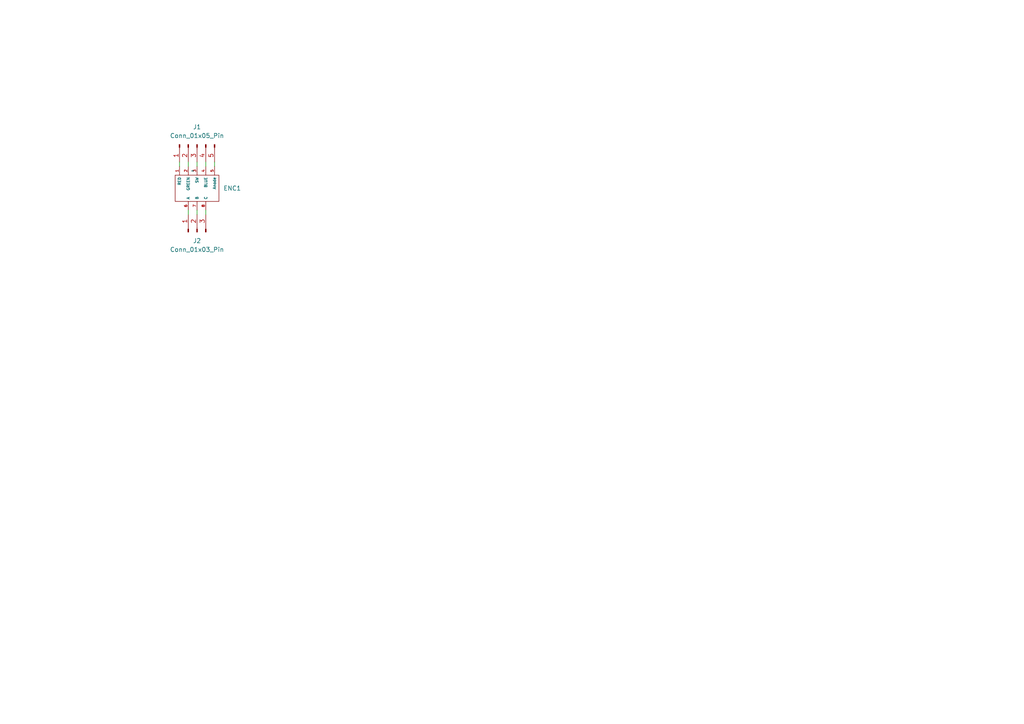
<source format=kicad_sch>
(kicad_sch (version 20230121) (generator eeschema)
  (paper "A4")
  (lib_symbols
    (symbol "Connector:Conn_01x03_Pin" (pin_names (offset 1.016) hide)
      (property "Reference" "J" (at 0 5.08 0))
      (property "Value" "Conn_01x03_Pin" (at 0 -5.08 0))
      (symbol "Conn_01x03_Pin_1_1"
        (polyline (pts (xy 1.27 -2.54) (xy 0.8636 -2.54)) (stroke (width 0.1524)))
        (polyline (pts (xy 1.27 0) (xy 0.8636 0)) (stroke (width 0.1524)))
        (polyline (pts (xy 1.27 2.54) (xy 0.8636 2.54)) (stroke (width 0.1524)))
        (rectangle (start 0.8636 -2.413) (end 0 -2.667) (stroke (width 0.1524)) (fill (type outline)))
        (rectangle (start 0.8636 0.127) (end 0 -0.127) (stroke (width 0.1524)) (fill (type outline)))
        (rectangle (start 0.8636 2.667) (end 0 2.413) (stroke (width 0.1524)) (fill (type outline)))
        (pin passive line (at 5.08 2.54 180) (length 3.81) (name "Pin_1") (number "1"))
        (pin passive line (at 5.08 0 180) (length 3.81) (name "Pin_2") (number "2"))
        (pin passive line (at 5.08 -2.54 180) (length 3.81) (name "Pin_3") (number "3"))
      )
    )
    (symbol "Connector:Conn_01x05_Pin" (pin_names (offset 1.016) hide)
      (property "Reference" "J" (at 0 7.62 0))
      (property "Value" "Conn_01x05_Pin" (at 0 -7.62 0))
      (symbol "Conn_01x05_Pin_1_1"
        (polyline (pts (xy 1.27 -5.08) (xy 0.8636 -5.08)) (stroke (width 0.1524)))
        (polyline (pts (xy 1.27 -2.54) (xy 0.8636 -2.54)) (stroke (width 0.1524)))
        (polyline (pts (xy 1.27 0) (xy 0.8636 0)) (stroke (width 0.1524)))
        (polyline (pts (xy 1.27 2.54) (xy 0.8636 2.54)) (stroke (width 0.1524)))
        (polyline (pts (xy 1.27 5.08) (xy 0.8636 5.08)) (stroke (width 0.1524)))
        (rectangle (start 0.8636 -4.953) (end 0 -5.207) (stroke (width 0.1524)) (fill (type outline)))
        (rectangle (start 0.8636 -2.413) (end 0 -2.667) (stroke (width 0.1524)) (fill (type outline)))
        (rectangle (start 0.8636 0.127) (end 0 -0.127) (stroke (width 0.1524)) (fill (type outline)))
        (rectangle (start 0.8636 2.667) (end 0 2.413) (stroke (width 0.1524)) (fill (type outline)))
        (rectangle (start 0.8636 5.207) (end 0 4.953) (stroke (width 0.1524)) (fill (type outline)))
        (pin passive line (at 5.08 5.08 180) (length 3.81) (name "Pin_1") (number "1"))
        (pin passive line (at 5.08 2.54 180) (length 3.81) (name "Pin_2") (number "2"))
        (pin passive line (at 5.08 0 180) (length 3.81) (name "Pin_3") (number "3"))
        (pin passive line (at 5.08 -2.54 180) (length 3.81) (name "Pin_4") (number "4"))
        (pin passive line (at 5.08 -5.08 180) (length 3.81) (name "Pin_5") (number "5"))
      )
    )
    (symbol "Potentiometer_LED:EC12PLRGBSDVBF"
      (property "Reference" "ENC1" (at 7.62 0 0))
      (property "Value" "~" (at -1.27 5.08 0))
      (symbol "EC12PLRGBSDVBF_0_1"
        (rectangle (start -6.35 3.81) (end 6.35 -3.81))
      )
      (symbol "EC12PLRGBSDVBF_1_1"
        (pin passive line (at -5.08 6.35 270) (length 2.54) (name "RED") (number "1"))
        (pin passive line (at -2.54 6.35 270) (length 2.54) (name "GREEN") (number "2"))
        (pin passive line (at 0 6.35 270) (length 2.54) (name "SW") (number "3"))
        (pin passive line (at 2.54 6.35 270) (length 2.54) (name "BLUE") (number "4"))
        (pin passive line (at 5.08 6.35 270) (length 2.54) (name "Anode") (number "5"))
        (pin passive line (at -2.54 -6.35 90) (length 2.54) (name "A") (number "6"))
        (pin passive line (at 0 -6.35 90) (length 2.54) (name "B") (number "7"))
        (pin passive line (at 2.54 -6.35 90) (length 2.54) (name "C") (number "8"))
      )
    )
  )
  (wire (pts (xy 54.61 46.99) (xy 54.61 48.26)))
  (wire (pts (xy 62.23 46.99) (xy 62.23 48.26)))
  (wire (pts (xy 57.15 62.23) (xy 57.15 60.96)))
  (wire (pts (xy 52.07 46.99) (xy 52.07 48.26)))
  (wire (pts (xy 57.15 46.99) (xy 57.15 48.26)))
  (wire (pts (xy 54.61 62.23) (xy 54.61 60.96)))
  (wire (pts (xy 59.69 46.99) (xy 59.69 48.26)))
  (wire (pts (xy 59.69 62.23) (xy 59.69 60.96)))
  (symbol (lib_id "Connector:Conn_01x05_Pin") (at 57.15 41.91 90) (mirror x) (unit 1)
    (property "Reference" "J1" (at 57.15 36.83 90))
    (property "Value" "Conn_01x05_Pin" (at 57.15 39.37 90))
    (property "Footprint" "Connector_PinHeader_2.54mm:PinHeader_1x05_P2.54mm_Vertical" (effects hide))
  )
  (symbol (lib_id "Connector:Conn_01x03_Pin") (at 57.15 67.31 90) (unit 1)
    (property "Reference" "J2" (at 57.15 69.85 90))
    (property "Value" "Conn_01x03_Pin" (at 57.15 72.39 90))
    (property "Footprint" "Connector_PinHeader_2.54mm:PinHeader_1x03_P2.54mm_Vertical" (effects hide))
  )
  (symbol (lib_id "Potentiometer_LED:EC12PLRGBSDVBF") (at 57.15 54.61 0) (unit 1)
    (property "Reference" "ENC1" (at 64.77 54.61 0) (effects (justify left)))
    (property "Value" "~" (at 55.88 49.53 0))
    (property "Footprint" "Potentiometer_LED:EC12PLRGBSDVBF" (effects hide))
  )
)
</source>
